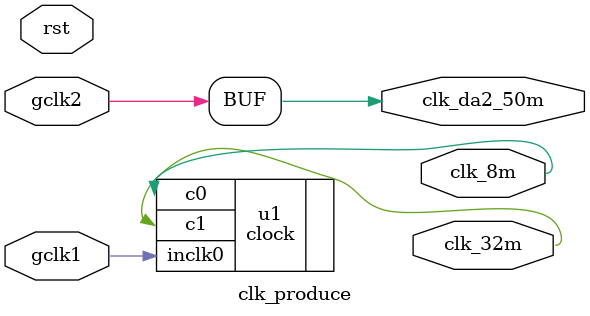
<source format=v>
`timescale 1ns / 1ps
module clk_produce(
    input rst,      
    input gclk1,
    input gclk2,
	 
    output clk_da2_50m,  //输出的DA2时钟，gclk2驱动 
    output clk_8m,           //输出ASK解调时钟、AD采样时钟，gclk1驱动
    output clk_32m           //输出位同步时钟，gclk1驱动
    );

   clock u1(
	   .inclk0(gclk1),
	   .c0(clk_8m),
	   .c1(clk_32m));

	 assign clk_da2_50m = gclk2;
	 

		  
endmodule

</source>
